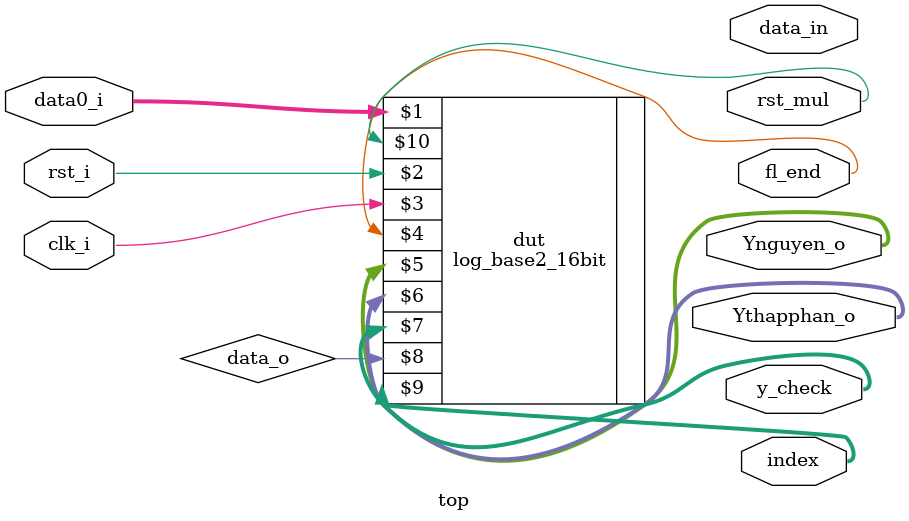
<source format=sv>
module top(data0_i,rst_i,clk_i,fl_end,Ynguyen_o,Ythapphan_o,y_check,data_in,index,rst_mul);
input logic [15:0]data0_i;
input logic rst_i,clk_i;
output logic fl_end,rst_mul;
output logic [3:0]Ynguyen_o,index;
output logic [15:0] data_in;
output logic [15:0]Ythapphan_o;
output logic[31:0] y_check;
 log_base2_16bit  dut(data0_i,rst_i,clk_i,fl_end,Ynguyen_o,Ythapphan_o,y_check,data_o,index,rst_mul);
endmodule:top

</source>
